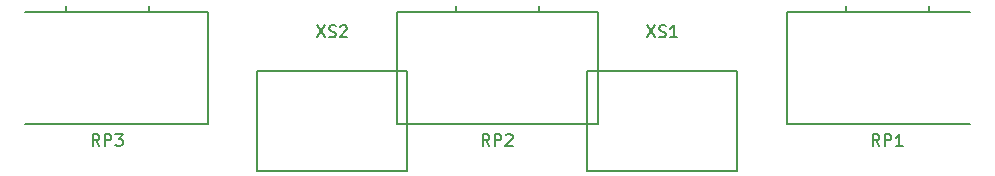
<source format=gbr>
G04 #@! TF.GenerationSoftware,KiCad,Pcbnew,5.1.12-84ad8e8a86~92~ubuntu20.04.1*
G04 #@! TF.CreationDate,2024-01-16T22:34:24+00:00*
G04 #@! TF.ProjectId,___-1.39.A-1,221a1f2d-312e-4333-992e-412d312e6b69,2A*
G04 #@! TF.SameCoordinates,Original*
G04 #@! TF.FileFunction,Legend,Top*
G04 #@! TF.FilePolarity,Positive*
%FSLAX46Y46*%
G04 Gerber Fmt 4.6, Leading zero omitted, Abs format (unit mm)*
G04 Created by KiCad (PCBNEW 5.1.12-84ad8e8a86~92~ubuntu20.04.1) date 2024-01-16 22:34:24*
%MOMM*%
%LPD*%
G01*
G04 APERTURE LIST*
%ADD10C,0.200000*%
G04 APERTURE END LIST*
D10*
X125730000Y-146540000D02*
X125730000Y-154940000D01*
X113030000Y-146540000D02*
X113030000Y-154940000D01*
X113030000Y-146540000D02*
X125730000Y-146540000D01*
X113030000Y-154940000D02*
X125730000Y-154940000D01*
X97790000Y-146540000D02*
X97790000Y-154940000D01*
X85090000Y-146540000D02*
X85090000Y-154940000D01*
X85090000Y-146540000D02*
X97790000Y-146540000D01*
X85090000Y-154940000D02*
X97790000Y-154940000D01*
X113910000Y-141525000D02*
X96910000Y-141525000D01*
X113910000Y-151025000D02*
X96910000Y-151025000D01*
X113910000Y-151025000D02*
X113910000Y-141525000D01*
X96910000Y-151025000D02*
X96910000Y-141525000D01*
X108910000Y-141525000D02*
X108910000Y-140970000D01*
X101910000Y-141525000D02*
X101910000Y-140970000D01*
X80890000Y-141525000D02*
X65405000Y-141525000D01*
X80890000Y-151025000D02*
X65405000Y-151025000D01*
X80890000Y-151025000D02*
X80890000Y-141525000D01*
X75890000Y-141525000D02*
X75890000Y-140970000D01*
X68890000Y-141525000D02*
X68890000Y-140970000D01*
X145415000Y-141525000D02*
X129930000Y-141525000D01*
X145415000Y-151025000D02*
X129930000Y-151025000D01*
X129930000Y-151025000D02*
X129930000Y-141525000D01*
X141930000Y-141525000D02*
X141930000Y-140970000D01*
X134930000Y-141525000D02*
X134930000Y-140970000D01*
X118094285Y-142644880D02*
X118760952Y-143644880D01*
X118760952Y-142644880D02*
X118094285Y-143644880D01*
X119094285Y-143597261D02*
X119237142Y-143644880D01*
X119475238Y-143644880D01*
X119570476Y-143597261D01*
X119618095Y-143549642D01*
X119665714Y-143454404D01*
X119665714Y-143359166D01*
X119618095Y-143263928D01*
X119570476Y-143216309D01*
X119475238Y-143168690D01*
X119284761Y-143121071D01*
X119189523Y-143073452D01*
X119141904Y-143025833D01*
X119094285Y-142930595D01*
X119094285Y-142835357D01*
X119141904Y-142740119D01*
X119189523Y-142692500D01*
X119284761Y-142644880D01*
X119522857Y-142644880D01*
X119665714Y-142692500D01*
X120618095Y-143644880D02*
X120046666Y-143644880D01*
X120332380Y-143644880D02*
X120332380Y-142644880D01*
X120237142Y-142787738D01*
X120141904Y-142882976D01*
X120046666Y-142930595D01*
X90154285Y-142644880D02*
X90820952Y-143644880D01*
X90820952Y-142644880D02*
X90154285Y-143644880D01*
X91154285Y-143597261D02*
X91297142Y-143644880D01*
X91535238Y-143644880D01*
X91630476Y-143597261D01*
X91678095Y-143549642D01*
X91725714Y-143454404D01*
X91725714Y-143359166D01*
X91678095Y-143263928D01*
X91630476Y-143216309D01*
X91535238Y-143168690D01*
X91344761Y-143121071D01*
X91249523Y-143073452D01*
X91201904Y-143025833D01*
X91154285Y-142930595D01*
X91154285Y-142835357D01*
X91201904Y-142740119D01*
X91249523Y-142692500D01*
X91344761Y-142644880D01*
X91582857Y-142644880D01*
X91725714Y-142692500D01*
X92106666Y-142740119D02*
X92154285Y-142692500D01*
X92249523Y-142644880D01*
X92487619Y-142644880D01*
X92582857Y-142692500D01*
X92630476Y-142740119D01*
X92678095Y-142835357D01*
X92678095Y-142930595D01*
X92630476Y-143073452D01*
X92059047Y-143644880D01*
X92678095Y-143644880D01*
X104743333Y-152852380D02*
X104410000Y-152376190D01*
X104171904Y-152852380D02*
X104171904Y-151852380D01*
X104552857Y-151852380D01*
X104648095Y-151900000D01*
X104695714Y-151947619D01*
X104743333Y-152042857D01*
X104743333Y-152185714D01*
X104695714Y-152280952D01*
X104648095Y-152328571D01*
X104552857Y-152376190D01*
X104171904Y-152376190D01*
X105171904Y-152852380D02*
X105171904Y-151852380D01*
X105552857Y-151852380D01*
X105648095Y-151900000D01*
X105695714Y-151947619D01*
X105743333Y-152042857D01*
X105743333Y-152185714D01*
X105695714Y-152280952D01*
X105648095Y-152328571D01*
X105552857Y-152376190D01*
X105171904Y-152376190D01*
X106124285Y-151947619D02*
X106171904Y-151900000D01*
X106267142Y-151852380D01*
X106505238Y-151852380D01*
X106600476Y-151900000D01*
X106648095Y-151947619D01*
X106695714Y-152042857D01*
X106695714Y-152138095D01*
X106648095Y-152280952D01*
X106076666Y-152852380D01*
X106695714Y-152852380D01*
X71723333Y-152852380D02*
X71390000Y-152376190D01*
X71151904Y-152852380D02*
X71151904Y-151852380D01*
X71532857Y-151852380D01*
X71628095Y-151900000D01*
X71675714Y-151947619D01*
X71723333Y-152042857D01*
X71723333Y-152185714D01*
X71675714Y-152280952D01*
X71628095Y-152328571D01*
X71532857Y-152376190D01*
X71151904Y-152376190D01*
X72151904Y-152852380D02*
X72151904Y-151852380D01*
X72532857Y-151852380D01*
X72628095Y-151900000D01*
X72675714Y-151947619D01*
X72723333Y-152042857D01*
X72723333Y-152185714D01*
X72675714Y-152280952D01*
X72628095Y-152328571D01*
X72532857Y-152376190D01*
X72151904Y-152376190D01*
X73056666Y-151852380D02*
X73675714Y-151852380D01*
X73342380Y-152233333D01*
X73485238Y-152233333D01*
X73580476Y-152280952D01*
X73628095Y-152328571D01*
X73675714Y-152423809D01*
X73675714Y-152661904D01*
X73628095Y-152757142D01*
X73580476Y-152804761D01*
X73485238Y-152852380D01*
X73199523Y-152852380D01*
X73104285Y-152804761D01*
X73056666Y-152757142D01*
X137763333Y-152852380D02*
X137430000Y-152376190D01*
X137191904Y-152852380D02*
X137191904Y-151852380D01*
X137572857Y-151852380D01*
X137668095Y-151900000D01*
X137715714Y-151947619D01*
X137763333Y-152042857D01*
X137763333Y-152185714D01*
X137715714Y-152280952D01*
X137668095Y-152328571D01*
X137572857Y-152376190D01*
X137191904Y-152376190D01*
X138191904Y-152852380D02*
X138191904Y-151852380D01*
X138572857Y-151852380D01*
X138668095Y-151900000D01*
X138715714Y-151947619D01*
X138763333Y-152042857D01*
X138763333Y-152185714D01*
X138715714Y-152280952D01*
X138668095Y-152328571D01*
X138572857Y-152376190D01*
X138191904Y-152376190D01*
X139715714Y-152852380D02*
X139144285Y-152852380D01*
X139430000Y-152852380D02*
X139430000Y-151852380D01*
X139334761Y-151995238D01*
X139239523Y-152090476D01*
X139144285Y-152138095D01*
M02*

</source>
